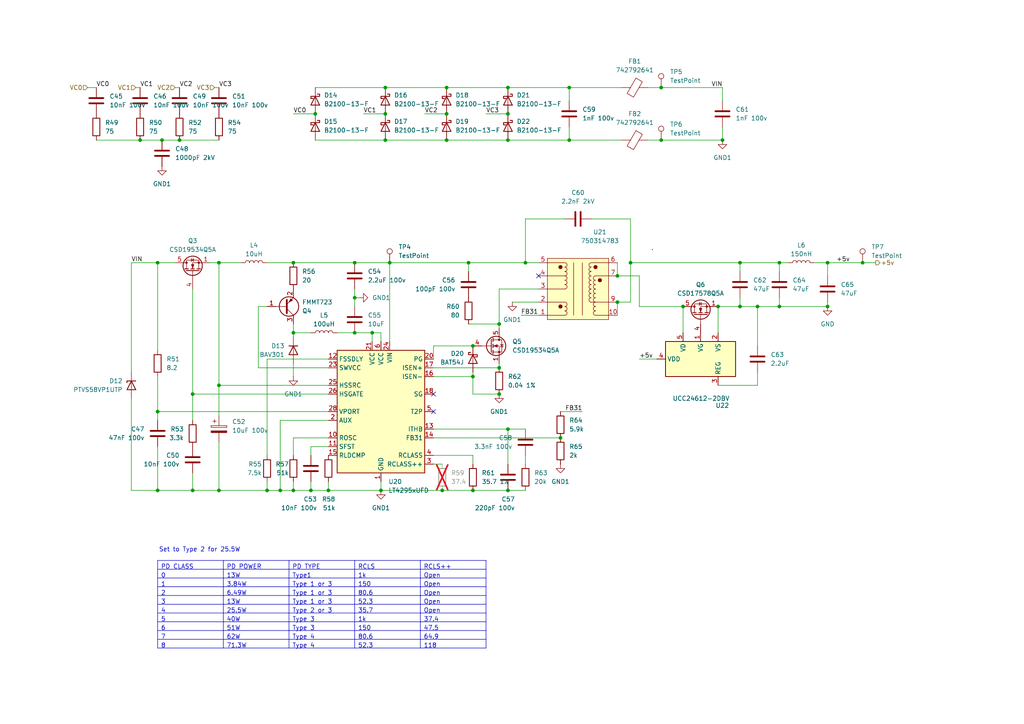
<source format=kicad_sch>
(kicad_sch (version 20250114) (generator "eeschema") (generator_version "9.0")
  (paper "A4")
  (lib_symbols
    (symbol "Connector:TestPoint" (pin_numbers (hide yes)) (pin_names (offset 0.762) (hide yes))
      (property "Reference" "TP" (at 0 6.858 0))
      (property "Value" "TestPoint" (at 0 5.08 0))
      (symbol "TestPoint_1_1"
        (pin passive line (at 0 0 90) (length 2.54) (name "1") (number "1"))
      )
    )
    (symbol "Device:C" (pin_numbers (hide yes)) (pin_names (offset 0.254))
      (property "Reference" "C" (at 0.635 2.54 0))
      (property "Value" "C" (at 0.635 -2.54 0))
      (symbol "C_1_1"
        (pin passive line (at 0 3.81 270) (length 2.794) (name "~") (number "1"))
        (pin passive line (at 0 -3.81 90) (length 2.794) (name "~") (number "2"))
      )
    )
    (symbol "Device:C_Polarized" (pin_numbers (hide yes)) (pin_names (offset 0.254))
      (property "Reference" "C" (at 0.635 2.54 0))
      (property "Value" "C_Polarized" (at 0.635 -2.54 0))
      (symbol "C_Polarized_1_1"
        (pin passive line (at 0 3.81 270) (length 2.794) (name "~") (number "1"))
        (pin passive line (at 0 -3.81 90) (length 2.794) (name "~") (number "2"))
      )
    )
    (symbol "Device:FerriteBead" (pin_numbers (hide yes)) (pin_names (offset 0))
      (property "Reference" "FB" (at -3.81 0.635 90))
      (property "Value" "FerriteBead" (at 3.81 0 90))
      (symbol "FerriteBead_1_1"
        (pin passive line (at 0 3.81 270) (length 2.54) (name "~") (number "1"))
        (pin passive line (at 0 -3.81 90) (length 2.54) (name "~") (number "2"))
      )
    )
    (symbol "Device:L" (pin_numbers (hide yes)) (pin_names (offset 1.016) (hide yes))
      (property "Reference" "L" (at -1.27 0 90))
      (property "Value" "L" (at 1.905 0 90))
      (symbol "L_1_1"
        (pin passive line (at 0 3.81 270) (length 1.27) (name "1") (number "1"))
        (pin passive line (at 0 -3.81 90) (length 1.27) (name "2") (number "2"))
      )
    )
    (symbol "Device:R" (pin_numbers (hide yes)) (pin_names (offset 0))
      (property "Reference" "R" (at 2.032 0 90))
      (property "Value" "R" (at 0 0 90))
      (symbol "R_1_1"
        (pin passive line (at 0 3.81 270) (length 1.27) (name "~") (number "1"))
        (pin passive line (at 0 -3.81 90) (length 1.27) (name "~") (number "2"))
      )
    )
    (symbol "Diode:B220" (pin_numbers (hide yes)) (pin_names (offset 1.016) (hide yes))
      (property "Reference" "D" (at 0 2.54 0))
      (property "Value" "B220" (at 0 -2.54 0))
      (symbol "B220_1_1"
        (pin passive line (at -3.81 0 0) (length 2.54) (name "K") (number "1"))
        (pin passive line (at 3.81 0 180) (length 2.54) (name "A") (number "2"))
      )
    )
    (symbol "Diode:BAT54J" (pin_numbers (hide yes)) (pin_names (offset 1.016) (hide yes))
      (property "Reference" "D" (at 0 2.54 0))
      (property "Value" "BAT54J" (at 0 -2.54 0))
      (symbol "BAT54J_1_1"
        (pin passive line (at -3.81 0 0) (length 2.54) (name "K") (number "1"))
        (pin passive line (at 3.81 0 180) (length 2.54) (name "A") (number "2"))
      )
    )
    (symbol "Diode:BAV301" (pin_numbers (hide yes)) (pin_names (hide yes))
      (property "Reference" "D" (at 0 2.54 0))
      (property "Value" "BAV301" (at 0 -2.54 0))
      (symbol "BAV301_1_1"
        (pin passive line (at -3.81 0 0) (length 2.54) (name "K") (number "1"))
        (pin passive line (at 3.81 0 180) (length 2.54) (name "A") (number "2"))
      )
    )
    (symbol "Diode:PTVS5V0Z1USK" (pin_numbers (hide yes)) (pin_names (hide yes))
      (property "Reference" "D" (at 0 2.54 0))
      (property "Value" "PTVS5V0Z1USK" (at 0 -2.54 0))
      (symbol "PTVS5V0Z1USK_1_1"
        (pin passive line (at -3.81 0 0) (length 2.54) (name "K") (number "1"))
        (pin passive line (at 3.81 0 180) (length 2.54) (name "A") (number "2"))
      )
    )
    (symbol "ROUTER-PI:wurth_750314783"
      (property "Reference" "U" (at 0 0 0))
      (property "Value" "750314783" (at 0 0 0))
      (symbol "wurth_750314783_1_1"
        (pin input line (at -11.43 7.62 0) (length 2.54) (name "") (number "5"))
        (pin input line (at -11.43 3.81 0) (length 2.54) (name "") (number "4"))
        (pin input line (at -11.43 0 0) (length 2.54) (name "") (number "3"))
        (pin output line (at -11.43 -3.81 0) (length 2.54) (name "") (number "2"))
        (pin output line (at -11.43 -7.62 0) (length 2.54) (name "") (number "1"))
        (pin output line (at 11.43 7.62 180) (length 2.54) (name "") (number "6"))
        (pin output line (at 11.43 3.81 180) (length 2.54) (name "") (number "7"))
        (pin no_connect line (at 11.43 0 180) (length 2.54) (hide yes) (name "") (number "8"))
        (pin output line (at 11.43 -3.81 180) (length 2.54) (name "") (number "9"))
        (pin output line (at 11.43 -7.62 180) (length 2.54) (name "") (number "10"))
      )
    )
    (symbol "Regulator_Controller:LT4295xUFD"
      (property "Reference" "U" (at -12.7 19.05 0))
      (property "Value" "LT4295xUFD" (at 3.81 19.05 0))
      (symbol "LT4295xUFD_1_1"
        (pin input line (at -15.24 15.24 0) (length 2.54) (name "FSSDLY") (number "12"))
        (pin output line (at -15.24 12.7 0) (length 2.54) (name "SWVCC") (number "23"))
        (pin input line (at -15.24 7.62 0) (length 2.54) (name "HSSRC") (number "25"))
        (pin output line (at -15.24 5.08 0) (length 2.54) (name "HSGATE") (number "26"))
        (pin input line (at -15.24 0 0) (length 2.54) (name "VPORT") (number "28"))
        (pin input line (at -15.24 -2.54 0) (length 2.54) (name "AUX") (number "2"))
        (pin passive line (at -15.24 -7.62 0) (length 2.54) (name "ROSC") (number "10"))
        (pin passive line (at -15.24 -10.16 0) (length 2.54) (name "SFST") (number "11"))
        (pin passive line (at -15.24 -12.7 0) (length 2.54) (name "RLDCMP") (number "15"))
        (pin no_connect line (at -12.7 -15.24 0) (length 2.54) (hide yes) (name "DNC") (number "22"))
        (pin no_connect line (at -12.7 -17.78 0) (length 2.54) (hide yes) (name "NC") (number "27"))
        (pin power_in line (at -2.54 20.32 270) (length 2.54) (name "VCC") (number "21"))
        (pin power_in line (at 0 20.32 270) (length 2.54) (name "VCC") (number "6"))
        (pin passive line (at 0 20.32 270) (length 2.54) (hide yes) (name "VCC") (number "7"))
        (pin passive line (at 0 20.32 270) (length 2.54) (hide yes) (name "VCC") (number "8"))
        (pin passive line (at 0 20.32 270) (length 2.54) (hide yes) (name "VCC") (number "9"))
        (pin power_in line (at 0 -20.32 90) (length 2.54) (name "GND") (number "1"))
        (pin passive line (at 0 -20.32 90) (length 2.54) (hide yes) (name "GND") (number "19"))
        (pin passive line (at 0 -20.32 90) (length 2.54) (hide yes) (name "GND") (number "29"))
        (pin power_in line (at 2.54 20.32 270) (length 2.54) (name "VIN") (number "24"))
        (pin output line (at 15.24 15.24 180) (length 2.54) (name "PG") (number "20"))
        (pin passive line (at 15.24 12.7 180) (length 2.54) (name "ISEN+") (number "17"))
        (pin passive line (at 15.24 10.16 180) (length 2.54) (name "ISEN-") (number "16"))
        (pin output line (at 15.24 5.08 180) (length 2.54) (name "SG") (number "18"))
        (pin open_collector line (at 15.24 0 180) (length 2.54) (name "T2P") (number "5"))
        (pin input line (at 15.24 -5.08 180) (length 2.54) (name "ITHB") (number "13"))
        (pin passive line (at 15.24 -7.62 180) (length 2.54) (name "FB31") (number "14"))
        (pin passive line (at 15.24 -12.7 180) (length 2.54) (name "RCLASS") (number "4"))
        (pin passive line (at 15.24 -15.24 180) (length 2.54) (name "RCLASS++") (number "3"))
      )
    )
    (symbol "Regulator_Controller:UCC24612-2DBV"
      (property "Reference" "U" (at -5.08 11.43 0))
      (property "Value" "UCC24612-2DBV" (at 1.27 11.43 0))
      (symbol "UCC24612-2DBV_1_1"
        (pin passive line (at -7.62 -5.08 0) (length 2.54) (name "REG") (number "3"))
        (pin power_in line (at 0 12.7 270) (length 2.54) (name "VDD") (number "4"))
        (pin input line (at 7.62 5.08 180) (length 2.54) (name "VD") (number "5"))
        (pin output line (at 7.62 0 180) (length 2.54) (name "VG") (number "1"))
        (pin input line (at 7.62 -5.08 180) (length 2.54) (name "VS") (number "2"))
      )
    )
    (symbol "Transistor_BJT:MMBTA92" (pin_names (offset 0) (hide yes))
      (property "Reference" "Q" (at 5.08 1.905 0))
      (property "Value" "MMBTA92" (at 5.08 0 0))
      (symbol "MMBTA92_1_1"
        (pin input line (at -5.08 0 0) (length 2.54) (name "B") (number "1"))
        (pin passive line (at 2.54 5.08 270) (length 2.54) (name "C") (number "3"))
        (pin passive line (at 2.54 -5.08 90) (length 2.54) (name "E") (number "2"))
      )
    )
    (symbol "Transistor_FET:CSD17578Q5A" (pin_names (hide yes))
      (property "Reference" "Q" (at 5.08 1.905 0))
      (property "Value" "CSD17578Q5A" (at 5.08 0 0))
      (symbol "CSD17578Q5A_1_1"
        (pin passive line (at -5.08 0 0) (length 2.54) (name "G") (number "4"))
        (pin passive line (at 2.54 5.08 270) (length 2.54) (name "D") (number "5"))
        (pin passive line (at 2.54 -5.08 90) (length 2.54) (name "S") (number "1"))
        (pin passive line (at 2.54 -5.08 90) (length 2.54) (hide yes) (name "S") (number "2"))
        (pin passive line (at 2.54 -5.08 90) (length 2.54) (hide yes) (name "S") (number "3"))
      )
    )
    (symbol "Transistor_FET:CSD19534Q5A" (pin_names (hide yes))
      (property "Reference" "Q" (at 5.08 1.905 0))
      (property "Value" "CSD19534Q5A" (at 5.08 0 0))
      (symbol "CSD19534Q5A_1_1"
        (pin passive line (at -5.08 0 0) (length 2.54) (name "G") (number "4"))
        (pin passive line (at 2.54 5.08 270) (length 2.54) (name "D") (number "5"))
        (pin passive line (at 2.54 -5.08 90) (length 2.54) (name "S") (number "1"))
        (pin passive line (at 2.54 -5.08 90) (length 2.54) (hide yes) (name "S") (number "2"))
        (pin passive line (at 2.54 -5.08 90) (length 2.54) (hide yes) (name "S") (number "3"))
      )
    )
    (symbol "power:GND" (power) (pin_numbers (hide yes)) (pin_names (offset 0) (hide yes))
      (property "Value" "GND" (at 0 -3.81 0))
      (symbol "GND_1_1"
        (pin power_in line (at 0 0 270) (length 0) (name "~") (number "1"))
      )
    )
    (symbol "power:GND1" (power) (pin_numbers (hide yes)) (pin_names (offset 0) (hide yes))
      (property "Value" "GND1" (at 0 -3.81 0))
      (symbol "GND1_1_1"
        (pin power_in line (at 0 0 270) (length 0) (name "~") (number "1"))
      )
    )
  )
  (text "Set to Type 2 for 25.5W" (at 57.912 159.512 0) (effects (font (size 1.27 1.27))))
  (junction (at 144.78 106.68))
  (junction (at 208.28 88.9))
  (junction (at 209.55 40.64))
  (junction (at 147.32 142.24))
  (junction (at 55.88 114.3))
  (junction (at 144.78 114.3))
  (junction (at 102.87 96.52))
  (junction (at 95.25 142.24))
  (junction (at 137.16 109.22))
  (junction (at 45.72 119.38))
  (junction (at 129.54 33.02))
  (junction (at 107.95 96.52))
  (junction (at 240.03 88.9))
  (junction (at 102.87 86.36))
  (junction (at 198.12 88.9))
  (junction (at 85.09 76.2))
  (junction (at 55.88 142.24))
  (junction (at 90.17 142.24))
  (junction (at 113.03 76.2))
  (junction (at 144.78 93.98))
  (junction (at 129.54 25.4))
  (junction (at 111.76 25.4))
  (junction (at 152.4 76.2))
  (junction (at 214.63 76.2))
  (junction (at 191.77 40.64))
  (junction (at 191.77 25.4))
  (junction (at 102.87 76.2))
  (junction (at 240.03 76.2))
  (junction (at 91.44 33.02))
  (junction (at 226.06 88.9))
  (junction (at 162.56 127))
  (junction (at 52.07 40.64))
  (junction (at 77.47 142.24))
  (junction (at 147.32 124.46))
  (junction (at 81.28 142.24))
  (junction (at 219.71 88.9))
  (junction (at 182.88 76.2))
  (junction (at 111.76 40.64))
  (junction (at 45.72 142.24))
  (junction (at 63.5 111.76))
  (junction (at 137.16 142.24))
  (junction (at 45.72 76.2))
  (junction (at 147.32 25.4))
  (junction (at 128.27 142.24))
  (junction (at 85.09 96.52))
  (junction (at 147.32 40.64))
  (junction (at 147.32 33.02))
  (junction (at 179.07 87.63))
  (junction (at 85.09 142.24))
  (junction (at 63.5 142.24))
  (junction (at 137.16 100.33))
  (junction (at 63.5 76.2))
  (junction (at 135.89 76.2))
  (junction (at 165.1 40.64))
  (junction (at 110.49 142.24))
  (junction (at 214.63 88.9))
  (junction (at 179.07 80.01))
  (junction (at 226.06 76.2))
  (junction (at 129.54 40.64))
  (junction (at 46.99 40.64))
  (junction (at 111.76 33.02))
  (junction (at 40.64 40.64))
  (junction (at 165.1 25.4))
  (junction (at 250.19 76.2))
  (no_connect (at 125.73 119.38))
  (no_connect (at 156.21 80.01))
  (no_connect (at 125.73 114.3))
  (wire (pts (xy 129.54 40.64) (xy 147.32 40.64)))
  (wire (pts (xy 125.73 106.68) (xy 144.78 106.68)))
  (wire (pts (xy 135.89 76.2) (xy 135.89 78.74)))
  (wire (pts (xy 85.09 139.7) (xy 85.09 142.24)))
  (wire (pts (xy 110.49 96.52) (xy 107.95 96.52)))
  (wire (pts (xy 156.21 83.82) (xy 144.78 83.82)))
  (wire (pts (xy 152.4 63.5) (xy 152.4 76.2)))
  (wire (pts (xy 219.71 111.76) (xy 208.28 111.76)))
  (wire (pts (xy 38.1 115.57) (xy 38.1 142.24)))
  (wire (pts (xy 85.09 96.52) (xy 90.17 96.52)))
  (wire (pts (xy 74.93 88.9) (xy 77.47 88.9)))
  (wire (pts (xy 110.49 99.06) (xy 110.49 96.52)))
  (wire (pts (xy 95.25 127) (xy 85.09 127)))
  (wire (pts (xy 240.03 76.2) (xy 240.03 80.01)))
  (wire (pts (xy 102.87 76.2) (xy 113.03 76.2)))
  (wire (pts (xy 182.88 87.63) (xy 182.88 76.2)))
  (wire (pts (xy 191.77 40.64) (xy 209.55 40.64)))
  (wire (pts (xy 123.19 33.02) (xy 129.54 33.02)))
  (wire (pts (xy 55.88 137.16) (xy 55.88 142.24)))
  (wire (pts (xy 219.71 88.9) (xy 226.06 88.9)))
  (wire (pts (xy 180.34 40.64) (xy 165.1 40.64)))
  (wire (pts (xy 90.17 132.08) (xy 90.17 129.54)))
  (wire (pts (xy 125.73 109.22) (xy 137.16 109.22)))
  (wire (pts (xy 191.77 25.4) (xy 209.55 25.4)))
  (wire (pts (xy 77.47 139.7) (xy 77.47 142.24)))
  (wire (pts (xy 165.1 25.4) (xy 147.32 25.4)))
  (wire (pts (xy 77.47 104.14) (xy 77.47 132.08)))
  (wire (pts (xy 209.55 36.83) (xy 209.55 40.64)))
  (wire (pts (xy 40.64 40.64) (xy 46.99 40.64)))
  (wire (pts (xy 144.78 105.41) (xy 144.78 106.68)))
  (wire (pts (xy 147.32 134.62) (xy 147.32 124.46)))
  (wire (pts (xy 152.4 76.2) (xy 156.21 76.2)))
  (wire (pts (xy 137.16 109.22) (xy 137.16 114.3)))
  (wire (pts (xy 226.06 76.2) (xy 226.06 78.74)))
  (wire (pts (xy 107.95 96.52) (xy 102.87 96.52)))
  (wire (pts (xy 25.4 25.4) (xy 27.94 25.4)))
  (wire (pts (xy 135.89 76.2) (xy 152.4 76.2)))
  (wire (pts (xy 179.07 76.2) (xy 179.07 80.01)))
  (wire (pts (xy 85.09 142.24) (xy 90.17 142.24)))
  (wire (pts (xy 38.1 76.2) (xy 45.72 76.2)))
  (wire (pts (xy 179.07 87.63) (xy 179.07 91.44)))
  (wire (pts (xy 81.28 121.92) (xy 81.28 142.24)))
  (wire (pts (xy 55.88 83.82) (xy 55.88 114.3)))
  (wire (pts (xy 95.25 142.24) (xy 110.49 142.24)))
  (wire (pts (xy 113.03 99.06) (xy 113.03 76.2)))
  (wire (pts (xy 110.49 142.24) (xy 110.49 139.7)))
  (wire (pts (xy 95.25 106.68) (xy 74.93 106.68)))
  (wire (pts (xy 147.32 124.46) (xy 152.4 124.46)))
  (wire (pts (xy 187.96 40.64) (xy 191.77 40.64)))
  (wire (pts (xy 208.28 88.9) (xy 208.28 96.52)))
  (wire (pts (xy 55.88 121.92) (xy 55.88 114.3)))
  (wire (pts (xy 198.12 88.9) (xy 198.12 96.52)))
  (wire (pts (xy 137.16 107.95) (xy 137.16 109.22)))
  (wire (pts (xy 152.4 132.08) (xy 152.4 134.62)))
  (wire (pts (xy 38.1 142.24) (xy 45.72 142.24)))
  (wire (pts (xy 95.25 104.14) (xy 77.47 104.14)))
  (wire (pts (xy 50.8 25.4) (xy 52.07 25.4)))
  (wire (pts (xy 110.49 142.24) (xy 128.27 142.24)))
  (wire (pts (xy 52.07 40.64) (xy 63.5 40.64)))
  (wire (pts (xy 140.97 33.02) (xy 147.32 33.02)))
  (wire (pts (xy 111.76 40.64) (xy 129.54 40.64)))
  (wire (pts (xy 219.71 88.9) (xy 219.71 100.33)))
  (wire (pts (xy 240.03 87.63) (xy 240.03 88.9)))
  (wire (pts (xy 250.19 76.2) (xy 254 76.2)))
  (wire (pts (xy 214.63 88.9) (xy 214.63 86.36)))
  (wire (pts (xy 214.63 76.2) (xy 226.06 76.2)))
  (wire (pts (xy 40.64 40.64) (xy 27.94 40.64)))
  (wire (pts (xy 168.91 119.38) (xy 162.56 119.38)))
  (wire (pts (xy 111.76 25.4) (xy 129.54 25.4)))
  (wire (pts (xy 85.09 76.2) (xy 77.47 76.2)))
  (wire (pts (xy 208.28 88.9) (xy 214.63 88.9)))
  (wire (pts (xy 198.12 88.9) (xy 185.42 88.9)))
  (wire (pts (xy 90.17 129.54) (xy 95.25 129.54)))
  (wire (pts (xy 182.88 63.5) (xy 182.88 76.2)))
  (wire (pts (xy 165.1 25.4) (xy 180.34 25.4)))
  (wire (pts (xy 102.87 86.36) (xy 102.87 83.82)))
  (wire (pts (xy 91.44 25.4) (xy 111.76 25.4)))
  (wire (pts (xy 81.28 142.24) (xy 85.09 142.24)))
  (wire (pts (xy 85.09 93.98) (xy 85.09 96.52)))
  (wire (pts (xy 107.95 96.52) (xy 107.95 99.06)))
  (wire (pts (xy 165.1 40.64) (xy 147.32 40.64)))
  (wire (pts (xy 45.72 76.2) (xy 50.8 76.2)))
  (wire (pts (xy 45.72 109.22) (xy 45.72 119.38)))
  (wire (pts (xy 240.03 76.2) (xy 250.19 76.2)))
  (wire (pts (xy 147.32 142.24) (xy 152.4 142.24)))
  (wire (pts (xy 45.72 129.54) (xy 45.72 142.24)))
  (wire (pts (xy 85.09 127) (xy 85.09 132.08)))
  (wire (pts (xy 85.09 76.2) (xy 102.87 76.2)))
  (wire (pts (xy 226.06 88.9) (xy 240.03 88.9)))
  (wire (pts (xy 144.78 93.98) (xy 144.78 95.25)))
  (wire (pts (xy 102.87 96.52) (xy 97.79 96.52)))
  (wire (pts (xy 45.72 142.24) (xy 55.88 142.24)))
  (wire (pts (xy 125.73 127) (xy 162.56 127)))
  (wire (pts (xy 135.89 93.98) (xy 144.78 93.98)))
  (wire (pts (xy 105.41 33.02) (xy 111.76 33.02)))
  (wire (pts (xy 113.03 76.2) (xy 135.89 76.2)))
  (wire (pts (xy 144.78 83.82) (xy 144.78 93.98)))
  (wire (pts (xy 39.37 25.4) (xy 40.64 25.4)))
  (wire (pts (xy 226.06 76.2) (xy 228.6 76.2)))
  (wire (pts (xy 85.09 96.52) (xy 85.09 97.79)))
  (wire (pts (xy 191.77 25.4) (xy 187.96 25.4)))
  (wire (pts (xy 38.1 76.2) (xy 38.1 107.95)))
  (wire (pts (xy 63.5 142.24) (xy 77.47 142.24)))
  (wire (pts (xy 63.5 128.27) (xy 63.5 142.24)))
  (wire (pts (xy 102.87 86.36) (xy 102.87 88.9)))
  (wire (pts (xy 45.72 119.38) (xy 45.72 121.92)))
  (wire (pts (xy 185.42 88.9) (xy 185.42 80.01)))
  (wire (pts (xy 63.5 111.76) (xy 63.5 76.2)))
  (wire (pts (xy 104.14 86.36) (xy 102.87 86.36)))
  (wire (pts (xy 214.63 88.9) (xy 219.71 88.9)))
  (wire (pts (xy 85.09 33.02) (xy 91.44 33.02)))
  (wire (pts (xy 165.1 29.21) (xy 165.1 25.4)))
  (wire (pts (xy 209.55 29.21) (xy 209.55 25.4)))
  (wire (pts (xy 55.88 114.3) (xy 95.25 114.3)))
  (wire (pts (xy 77.47 142.24) (xy 81.28 142.24)))
  (wire (pts (xy 95.25 142.24) (xy 95.25 139.7)))
  (wire (pts (xy 125.73 100.33) (xy 137.16 100.33)))
  (wire (pts (xy 62.23 25.4) (xy 63.5 25.4)))
  (wire (pts (xy 240.03 76.2) (xy 236.22 76.2)))
  (wire (pts (xy 179.07 87.63) (xy 182.88 87.63)))
  (wire (pts (xy 90.17 139.7) (xy 90.17 142.24)))
  (wire (pts (xy 226.06 86.36) (xy 226.06 88.9)))
  (wire (pts (xy 128.27 134.62) (xy 125.73 134.62)))
  (wire (pts (xy 91.44 40.64) (xy 111.76 40.64)))
  (wire (pts (xy 185.42 80.01) (xy 179.07 80.01)))
  (wire (pts (xy 63.5 111.76) (xy 63.5 120.65)))
  (wire (pts (xy 128.27 142.24) (xy 137.16 142.24)))
  (wire (pts (xy 129.54 25.4) (xy 147.32 25.4)))
  (wire (pts (xy 85.09 109.22) (xy 85.09 105.41)))
  (wire (pts (xy 95.25 121.92) (xy 81.28 121.92)))
  (wire (pts (xy 171.45 63.5) (xy 182.88 63.5)))
  (wire (pts (xy 137.16 134.62) (xy 137.16 132.08)))
  (wire (pts (xy 90.17 142.24) (xy 95.25 142.24)))
  (wire (pts (xy 214.63 76.2) (xy 214.63 78.74)))
  (wire (pts (xy 148.59 87.63) (xy 156.21 87.63)))
  (wire (pts (xy 60.96 76.2) (xy 63.5 76.2)))
  (wire (pts (xy 137.16 132.08) (xy 125.73 132.08)))
  (wire (pts (xy 74.93 106.68) (xy 74.93 88.9)))
  (wire (pts (xy 46.99 40.64) (xy 52.07 40.64)))
  (wire (pts (xy 185.42 104.14) (xy 190.5 104.14)))
  (wire (pts (xy 147.32 124.46) (xy 125.73 124.46)))
  (wire (pts (xy 137.16 142.24) (xy 147.32 142.24)))
  (wire (pts (xy 55.88 142.24) (xy 63.5 142.24)))
  (wire (pts (xy 137.16 114.3) (xy 144.78 114.3)))
  (wire (pts (xy 163.83 63.5) (xy 152.4 63.5)))
  (wire (pts (xy 219.71 107.95) (xy 219.71 111.76)))
  (wire (pts (xy 125.73 100.33) (xy 125.73 104.14)))
  (wire (pts (xy 63.5 76.2) (xy 69.85 76.2)))
  (wire (pts (xy 45.72 119.38) (xy 95.25 119.38)))
  (wire (pts (xy 63.5 111.76) (xy 95.25 111.76)))
  (wire (pts (xy 45.72 101.6) (xy 45.72 76.2)))
  (wire (pts (xy 151.13 91.44) (xy 156.21 91.44)))
  (wire (pts (xy 182.88 76.2) (xy 214.63 76.2)))
  (wire (pts (xy 165.1 36.83) (xy 165.1 40.64)))
  (table (column_count 5) (border (external yes) (header yes)) (separators (rows yes) (cols yes)) (column_widths 19.05 19.05 19.05 19.05 19.05) (row_heights 2.54 2.54 2.54 2.54 2.54 2.54 2.54 2.54 2.54 2.54) (cells (table_cell "PD CLASS" (at 45.72 162.56 0) (size 19.05 2.54) (margins 0.9525 0.9525 0.9525 0.9525) (span 1 1)) (table_cell "PD POWER" (at 64.77 162.56 0) (size 19.05 2.54) (margins 0.9525 0.9525 0.9525 0.9525) (span 1 1)) (table_cell "PD TYPE" (at 83.82 162.56 0) (size 19.05 2.54) (margins 0.9525 0.9525 0.9525 0.9525) (span 1 1)) (table_cell "RCLS" (at 102.87 162.56 0) (size 19.05 2.54) (margins 0.9525 0.9525 0.9525 0.9525) (span 1 1)) (table_cell "RCLS++" (at 121.92 162.56 0) (size 19.05 2.54) (margins 0.9525 0.9525 0.9525 0.9525) (span 1 1)) (table_cell "0" (at 45.72 165.1 0) (size 19.05 2.54) (margins 0.9525 0.9525 0.9525 0.9525) (span 1 1)) (table_cell "13W" (at 64.77 165.1 0) (size 19.05 2.54) (margins 0.9525 0.9525 0.9525 0.9525) (span 1 1)) (table_cell "Type1" (at 83.82 165.1 0) (size 19.05 2.54) (margins 0.9525 0.9525 0.9525 0.9525) (span 1 1)) (table_cell "1k" (at 102.87 165.1 0) (size 19.05 2.54) (margins 0.9525 0.9525 0.9525 0.9525) (span 1 1)) (table_cell "Open" (at 121.92 165.1 0) (size 19.05 2.54) (margins 0.9525 0.9525 0.9525 0.9525) (span 1 1)) (table_cell "1" (at 45.72 167.64 0) (size 19.05 2.54) (margins 0.9525 0.9525 0.9525 0.9525) (span 1 1)) (table_cell "3.84W" (at 64.77 167.64 0) (size 19.05 2.54) (margins 0.9525 0.9525 0.9525 0.9525) (span 1 1)) (table_cell "Type 1 or 3" (at 83.82 167.64 0) (size 19.05 2.54) (margins 0.9525 0.9525 0.9525 0.9525) (span 1 1)) (table_cell "150" (at 102.87 167.64 0) (size 19.05 2.54) (margins 0.9525 0.9525 0.9525 0.9525) (span 1 1)) (table_cell "Open" (at 121.92 167.64 0) (size 19.05 2.54) (margins 0.9525 0.9525 0.9525 0.9525) (span 1 1)) (table_cell "2" (at 45.72 170.18 0) (size 19.05 2.54) (margins 0.9525 0.9525 0.9525 0.9525) (span 1 1)) (table_cell "6.49W" (at 64.77 170.18 0) (size 19.05 2.54) (margins 0.9525 0.9525 0.9525 0.9525) (span 1 1)) (table_cell "Type 1 or 3" (at 83.82 170.18 0) (size 19.05 2.54) (margins 0.9525 0.9525 0.9525 0.9525) (span 1 1)) (table_cell "80.6" (at 102.87 170.18 0) (size 19.05 2.54) (margins 0.9525 0.9525 0.9525 0.9525) (span 1 1)) (table_cell "Open" (at 121.92 170.18 0) (size 19.05 2.54) (margins 0.9525 0.9525 0.9525 0.9525) (span 1 1)) (table_cell "3" (at 45.72 172.72 0) (size 19.05 2.54) (margins 0.9525 0.9525 0.9525 0.9525) (span 1 1)) (table_cell "13W" (at 64.77 172.72 0) (size 19.05 2.54) (margins 0.9525 0.9525 0.9525 0.9525) (span 1 1)) (table_cell "Type 1 or 3" (at 83.82 172.72 0) (size 19.05 2.54) (margins 0.9525 0.9525 0.9525 0.9525) (span 1 1)) (table_cell "52.3" (at 102.87 172.72 0) (size 19.05 2.54) (margins 0.9525 0.9525 0.9525 0.9525) (span 1 1)) (table_cell "Open" (at 121.92 172.72 0) (size 19.05 2.54) (margins 0.9525 0.9525 0.9525 0.9525) (span 1 1)) (table_cell "4" (at 45.72 175.26 0) (size 19.05 2.54) (margins 0.9525 0.9525 0.9525 0.9525) (span 1 1)) (table_cell "25.5W" (at 64.77 175.26 0) (size 19.05 2.54) (margins 0.9525 0.9525 0.9525 0.9525) (span 1 1)) (table_cell "Type 2 or 3" (at 83.82 175.26 0) (size 19.05 2.54) (margins 0.9525 0.9525 0.9525 0.9525) (span 1 1)) (table_cell "35.7" (at 102.87 175.26 0) (size 19.05 2.54) (margins 0.9525 0.9525 0.9525 0.9525) (span 1 1)) (table_cell "Open" (at 121.92 175.26 0) (size 19.05 2.54) (margins 0.9525 0.9525 0.9525 0.9525) (span 1 1)) (table_cell "5" (at 45.72 177.8 0) (size 19.05 2.54) (margins 0.9525 0.9525 0.9525 0.9525) (span 1 1)) (table_cell "40W" (at 64.77 177.8 0) (size 19.05 2.54) (margins 0.9525 0.9525 0.9525 0.9525) (span 1 1)) (table_cell "Type 3" (at 83.82 177.8 0) (size 19.05 2.54) (margins 0.9525 0.9525 0.9525 0.9525) (span 1 1)) (table_cell "1k" (at 102.87 177.8 0) (size 19.05 2.54) (margins 0.9525 0.9525 0.9525 0.9525) (span 1 1)) (table_cell "37.4" (at 121.92 177.8 0) (size 19.05 2.54) (margins 0.9525 0.9525 0.9525 0.9525) (span 1 1)) (table_cell "6" (at 45.72 180.34 0) (size 19.05 2.54) (margins 0.9525 0.9525 0.9525 0.9525) (span 1 1)) (table_cell "51W" (at 64.77 180.34 0) (size 19.05 2.54) (margins 0.9525 0.9525 0.9525 0.9525) (span 1 1)) (table_cell "Type 3" (at 83.82 180.34 0) (size 19.05 2.54) (margins 0.9525 0.9525 0.9525 0.9525) (span 1 1)) (table_cell "150" (at 102.87 180.34 0) (size 19.05 2.54) (margins 0.9525 0.9525 0.9525 0.9525) (span 1 1)) (table_cell "47.5" (at 121.92 180.34 0) (size 19.05 2.54) (margins 0.9525 0.9525 0.9525 0.9525) (span 1 1)) (table_cell "7" (at 45.72 182.88 0) (size 19.05 2.54) (margins 0.9525 0.9525 0.9525 0.9525) (span 1 1)) (table_cell "62W" (at 64.77 182.88 0) (size 19.05 2.54) (margins 0.9525 0.9525 0.9525 0.9525) (span 1 1)) (table_cell "Type 4" (at 83.82 182.88 0) (size 19.05 2.54) (margins 0.9525 0.9525 0.9525 0.9525) (span 1 1)) (table_cell "80.6" (at 102.87 182.88 0) (size 19.05 2.54) (margins 0.9525 0.9525 0.9525 0.9525) (span 1 1)) (table_cell "64.9" (at 121.92 182.88 0) (size 19.05 2.54) (margins 0.9525 0.9525 0.9525 0.9525) (span 1 1)) (table_cell "8" (at 45.72 185.42 0) (size 19.05 2.54) (margins 0.9525 0.9525 0.9525 0.9525) (span 1 1)) (table_cell "71.3W" (at 64.77 185.42 0) (size 19.05 2.54) (margins 0.9525 0.9525 0.9525 0.9525) (span 1 1)) (table_cell "Type 4" (at 83.82 185.42 0) (size 19.05 2.54) (margins 0.9525 0.9525 0.9525 0.9525) (span 1 1)) (table_cell "52.3" (at 102.87 185.42 0) (size 19.05 2.54) (margins 0.9525 0.9525 0.9525 0.9525) (span 1 1)) (table_cell "118" (at 121.92 185.42 0) (size 19.05 2.54) (margins 0.9525 0.9525 0.9525 0.9525) (span 1 1))))
  (label "VIN" (at 38.1 76.2 0))
  (label "VC0" (at 85.09 33.02 0))
  (label "VC2" (at 52.07 25.4 0))
  (label "FB31" (at 151.13 91.44 0))
  (label "VC3" (at 140.97 33.02 0))
  (label "VC3" (at 63.5 25.4 0))
  (label "FB31" (at 168.91 119.38 180))
  (label "+5v" (at 242.57 76.2 0))
  (label "VC1" (at 40.64 25.4 0))
  (label "VC2" (at 123.19 33.02 0))
  (label "VC0" (at 27.94 25.4 0))
  (label "+5v" (at 185.42 104.14 0))
  (label "VC1" (at 105.41 33.02 0))
  (label "VIN" (at 209.55 25.4 180))
  (hierarchical_label "VC1" (shape input) (at 39.37 25.4 180))
  (hierarchical_label "VC0" (shape input) (at 25.4 25.4 180))
  (hierarchical_label "VC3" (shape input) (at 62.23 25.4 180))
  (hierarchical_label "VC2" (shape input) (at 50.8 25.4 180))
  (hierarchical_label "+5v" (shape output) (at 254 76.2 0))
  (symbol (lib_id "Device:C") (at 27.94 29.21 0) (unit 1)
    (property "Reference" "C45" (at 31.75 27.9399 0) (effects (justify left)))
    (property "Value" "10nF 100v" (at 31.75 30.4799 0) (effects (justify left)))
    (property "Footprint" "Capacitor_SMD:C_0603_1608Metric_Pad1.08x0.95mm_HandSolder" (effects (hide yes)))
    (property "Description" "Unpolarized capacitor" (effects (hide yes)))
  )
  (symbol (lib_id "Diode:B220") (at 129.54 29.21 270) (unit 1)
    (property "Reference" "D18" (at 132.08 27.6224 90) (effects (justify left)))
    (property "Value" "B2100-13-F" (at 132.08 30.1624 90) (effects (justify left)))
    (property "Footprint" "Diode_SMD:D_SMB" (effects (hide yes)))
    (property "Datasheet" "http://www.jameco.com/Jameco/Products/ProdDS/1538777.pdf" (effects (hide yes)))
    (property "Description" "20V 2A Schottky Barrier Rectifier Diode, SMB" (effects (hide yes)))
  )
  (symbol (lib_id "Device:FerriteBead") (at 184.15 40.64 90) (unit 1)
    (property "Reference" "FB2" (at 184.0992 33.02 90))
    (property "Value" "742792641" (at 184.0992 35.56 90))
    (property "Footprint" "Resistor_SMD:R_0603_1608Metric_Pad0.98x0.95mm_HandSolder" (effects (hide yes)))
    (property "Description" "Ferrite bead" (effects (hide yes)))
  )
  (symbol (lib_id "Device:C") (at 46.99 44.45 0) (unit 1)
    (property "Reference" "C48" (at 50.8 43.1799 0) (effects (justify left)))
    (property "Value" "1000pF 2kV" (at 50.8 45.7199 0) (effects (justify left)))
    (property "Footprint" "Capacitor_SMD:C_0603_1608Metric_Pad1.08x0.95mm_HandSolder" (effects (hide yes)))
    (property "Description" "Unpolarized capacitor" (effects (hide yes)))
  )
  (symbol (lib_id "Diode:B220") (at 111.76 29.21 270) (unit 1)
    (property "Reference" "D16" (at 114.3 27.6224 90) (effects (justify left)))
    (property "Value" "B2100-13-F" (at 114.3 30.1624 90) (effects (justify left)))
    (property "Footprint" "Diode_SMD:D_SMB" (effects (hide yes)))
    (property "Datasheet" "http://www.jameco.com/Jameco/Products/ProdDS/1538777.pdf" (effects (hide yes)))
    (property "Description" "20V 2A Schottky Barrier Rectifier Diode, SMB" (effects (hide yes)))
  )
  (symbol (lib_id "power:GND1") (at 110.49 142.24 0) (unit 1)
    (property "Reference" "#PWR057" (effects (hide yes)))
    (property "Value" "GND1" (at 110.49 147.32 0))
    (property "Description" "Power symbol creates a global label with name \"GND1\" , ground" (effects (hide yes)))
  )
  (symbol (lib_id "Device:C") (at 226.06 82.55 0) (unit 1)
    (property "Reference" "C64" (at 229.87 81.2799 0) (effects (justify left)))
    (property "Value" "47uF" (at 229.87 83.8199 0) (effects (justify left)))
    (property "Footprint" "Capacitor_SMD:C_0805_2012Metric" (effects (hide yes)))
    (property "Description" "Unpolarized capacitor" (effects (hide yes)))
  )
  (symbol (lib_id "Device:FerriteBead") (at 184.15 25.4 90) (unit 1)
    (property "Reference" "FB1" (at 184.0992 17.78 90))
    (property "Value" "742792641" (at 184.0992 20.32 90))
    (property "Footprint" "Resistor_SMD:R_0603_1608Metric_Pad0.98x0.95mm_HandSolder" (effects (hide yes)))
    (property "Description" "Ferrite bead" (effects (hide yes)))
  )
  (symbol (lib_id "Transistor_FET:CSD19534Q5A") (at 55.88 78.74 90) (unit 1)
    (property "Reference" "Q3" (at 55.88 69.85 90))
    (property "Value" "CSD19534Q5A" (at 55.88 72.39 90))
    (property "Footprint" "Package_TO_SOT_SMD:TDSON-8-1" (effects (hide yes)))
    (property "Datasheet" "http://www.ti.com/lit/gpn/csd19534q5a" (effects (hide yes)))
    (property "Description" "50A Id, 100V Vds, NexFET N-Channel Power MOSFET, 15.1mOhm Ron, 17nC Qg(typ), SON8 5x6mm" (effects (hide yes)))
  )
  (symbol (lib_id "Device:C") (at 45.72 125.73 0) (mirror y) (unit 1)
    (property "Reference" "C47" (at 41.91 124.4599 0) (effects (justify left)))
    (property "Value" "47nF 100v" (at 41.91 126.9999 0) (effects (justify left)))
    (property "Footprint" "Capacitor_SMD:C_0603_1608Metric_Pad1.08x0.95mm_HandSolder" (effects (hide yes)))
    (property "Description" "Unpolarized capacitor" (effects (hide yes)))
  )
  (symbol (lib_id "Device:C") (at 219.71 104.14 0) (mirror y) (unit 1)
    (property "Reference" "C63" (at 223.52 102.8699 0) (effects (justify right)))
    (property "Value" "2.2uF" (at 223.52 105.4099 0) (effects (justify right)))
    (property "Footprint" "Capacitor_SMD:C_0805_2012Metric" (effects (hide yes)))
    (property "Description" "Unpolarized capacitor" (effects (hide yes)))
  )
  (symbol (lib_id "Device:R") (at 85.09 135.89 0) (unit 1)
    (property "Reference" "R57" (at 83.82 134.62 0) (effects (justify right)))
    (property "Value" "51k" (at 83.82 137.16 0) (effects (justify right)))
    (property "Footprint" "Resistor_SMD:R_0603_1608Metric_Pad0.98x0.95mm_HandSolder" (effects (hide yes)))
    (property "Description" "Resistor" (effects (hide yes)))
  )
  (symbol (lib_id "Device:R") (at 85.09 80.01 0) (unit 1)
    (property "Reference" "R56" (at 87.63 78.7399 0) (effects (justify left)))
    (property "Value" "20" (at 87.63 81.2799 0) (effects (justify left)))
    (property "Footprint" "Resistor_SMD:R_0603_1608Metric_Pad0.98x0.95mm_HandSolder" (effects (hide yes)))
    (property "Description" "Resistor" (effects (hide yes)))
  )
  (symbol (lib_id "Device:C") (at 55.88 133.35 0) (mirror y) (unit 1)
    (property "Reference" "C50" (at 52.07 132.0799 0) (effects (justify left)))
    (property "Value" "10nF 100v" (at 52.07 134.6199 0) (effects (justify left)))
    (property "Footprint" "Capacitor_SMD:C_0603_1608Metric_Pad1.08x0.95mm_HandSolder" (effects (hide yes)))
    (property "Description" "Unpolarized capacitor" (effects (hide yes)))
  )
  (symbol (lib_id "Diode:PTVS5V0Z1USK") (at 38.1 111.76 90) (mirror x) (unit 1)
    (property "Reference" "D12" (at 35.56 110.4899 90) (effects (justify left)))
    (property "Value" "PTVS58VP1UTP" (at 35.56 113.0299 90) (effects (justify left)))
    (property "Footprint" "Diode_SMD:D_SOD-128" (effects (hide yes)))
    (property "Datasheet" "https://assets.nexperia.com/documents/data-sheet/PTVS5V0Z1USK.pdf" (effects (hide yes)))
    (property "Description" "5V, 1200W TVS unidirectional diode, DSN1608-2" (effects (hide yes)))
  )
  (symbol (lib_id "Transistor_FET:CSD19534Q5A") (at 142.24 100.33 0) (unit 1)
    (property "Reference" "Q5" (at 148.59 99.0599 0) (effects (justify left)))
    (property "Value" "CSD19534Q5A" (at 148.59 101.5999 0) (effects (justify left)))
    (property "Footprint" "Package_TO_SOT_SMD:TDSON-8-1" (effects (hide yes)))
    (property "Datasheet" "http://www.ti.com/lit/gpn/csd19534q5a" (effects (hide yes)))
    (property "Description" "50A Id, 100V Vds, NexFET N-Channel Power MOSFET, 15.1mOhm Ron, 17nC Qg(typ), SON8 5x6mm" (effects (hide yes)))
  )
  (symbol (lib_id "Diode:BAV301") (at 85.09 101.6 90) (mirror x) (unit 1)
    (property "Reference" "D13" (at 82.55 100.3299 90) (effects (justify left)))
    (property "Value" "BAV301" (at 82.55 102.8699 90) (effects (justify left)))
    (property "Footprint" "Diode_THT:D_DO-35_SOD27_P7.62mm_Horizontal" (effects (hide yes)))
    (property "Datasheet" "http://www.vishay.com/docs/85545/bav300.pdf" (effects (hide yes)))
    (property "Description" "100V 0.25A Switching Diode, High Voltage, MicroMELF" (effects (hide yes)))
    (property "Sim.Device" "D" (effects (hide yes)))
    (property "Sim.Pins" "1=K 2=A" (effects (hide yes)))
  )
  (symbol (lib_id "power:GND1") (at 162.56 134.62 0) (unit 1)
    (property "Reference" "#PWR060" (effects (hide yes)))
    (property "Value" "GND1" (at 162.56 139.7 0))
    (property "Description" "Power symbol creates a global label with name \"GND1\" , ground" (effects (hide yes)))
  )
  (symbol (lib_id "Device:C") (at 165.1 33.02 0) (unit 1)
    (property "Reference" "C59" (at 168.91 31.7499 0) (effects (justify left)))
    (property "Value" "1nF 100v" (at 168.91 34.2899 0) (effects (justify left)))
    (property "Footprint" "Capacitor_SMD:C_0603_1608Metric_Pad1.08x0.95mm_HandSolder" (effects (hide yes)))
    (property "Description" "Unpolarized capacitor" (effects (hide yes)))
  )
  (symbol (lib_id "Regulator_Controller:LT4295xUFD") (at 110.49 119.38 0) (unit 1)
    (property "Reference" "U20" (at 112.6333 139.7 0) (effects (justify left)))
    (property "Value" "LT4295xUFD" (at 112.6333 142.24 0) (effects (justify left)))
    (property "Footprint" "Package_DFN_QFN:QFN-28-1EP_4x5mm_P0.5mm_EP2.65x3.65mm" (effects (hide yes)))
    (property "Datasheet" "https://www.analog.com/media/en/technical-documentation/data-sheets/LT4295.pdf" (effects (hide yes)))
    (property "Description" "IEEE 802.3bt PD Interface with Forward/Flyback Controller, QFN-28" (effects (hide yes)))
  )
  (symbol (lib_id "power:GND1") (at 85.09 109.22 0) (unit 1)
    (property "Reference" "#PWR055" (effects (hide yes)))
    (property "Value" "GND1" (at 85.09 114.3 0))
    (property "Description" "Power symbol creates a global label with name \"GND1\" , ground" (effects (hide yes)))
  )
  (symbol (lib_id "Device:C") (at 102.87 92.71 0) (unit 1)
    (property "Reference" "C55" (at 106.68 91.4399 0) (effects (justify left)))
    (property "Value" "10uF" (at 106.68 93.9799 0) (effects (justify left)))
    (property "Footprint" "Capacitor_SMD:C_0805_2012Metric" (effects (hide yes)))
    (property "Description" "Unpolarized capacitor" (effects (hide yes)))
  )
  (symbol (lib_id "Device:C") (at 147.32 138.43 0) (mirror y) (unit 1)
    (property "Reference" "C57" (at 149.352 144.78 0) (effects (justify left)))
    (property "Value" "220pF 100v" (at 149.352 147.32 0) (effects (justify left)))
    (property "Footprint" "Capacitor_SMD:C_0603_1608Metric_Pad1.08x0.95mm_HandSolder" (effects (hide yes)))
    (property "Description" "Unpolarized capacitor" (effects (hide yes)))
  )
  (symbol (lib_id "Device:C") (at 214.63 82.55 0) (unit 1)
    (property "Reference" "C62" (at 218.44 81.2799 0) (effects (justify left)))
    (property "Value" "47uF" (at 218.44 83.8199 0) (effects (justify left)))
    (property "Footprint" "Capacitor_SMD:C_0805_2012Metric" (effects (hide yes)))
    (property "Description" "Unpolarized capacitor" (effects (hide yes)))
  )
  (symbol (lib_id "Device:R") (at 152.4 138.43 0) (unit 1)
    (property "Reference" "R63" (at 154.94 137.1599 0) (effects (justify left)))
    (property "Value" "20k" (at 154.94 139.6999 0) (effects (justify left)))
    (property "Footprint" "Resistor_SMD:R_0603_1608Metric_Pad0.98x0.95mm_HandSolder" (effects (hide yes)))
    (property "Description" "Resistor" (effects (hide yes)))
  )
  (symbol (lib_id "power:GND") (at 240.03 88.9 0) (unit 1)
    (property "Reference" "#PWR062" (effects (hide yes)))
    (property "Value" "GND" (at 240.03 93.98 0))
    (property "Description" "Power symbol creates a global label with name \"GND\" , ground" (effects (hide yes)))
  )
  (symbol (lib_id "Connector:TestPoint") (at 191.77 25.4 0) (unit 1)
    (property "Reference" "TP5" (at 194.31 20.8279 0) (effects (justify left)))
    (property "Value" "TestPoint" (at 194.31 23.3679 0) (effects (justify left)))
    (property "Footprint" "TestPoint:TestPoint_Pad_2.0x2.0mm" (effects (hide yes)))
    (property "Description" "test point" (effects (hide yes)))
  )
  (symbol (lib_id "power:GND1") (at 46.99 48.26 0) (unit 1)
    (property "Reference" "#PWR054" (effects (hide yes)))
    (property "Value" "GND1" (at 46.99 53.34 0))
    (property "Description" "Power symbol creates a global label with name \"GND1\" , ground" (effects (hide yes)))
  )
  (symbol (lib_id "Connector:TestPoint") (at 250.19 76.2 0) (unit 1)
    (property "Reference" "TP7" (at 252.73 71.6279 0) (effects (justify left)))
    (property "Value" "TestPoint" (at 252.73 74.1679 0) (effects (justify left)))
    (property "Footprint" "TestPoint:TestPoint_Pad_2.0x2.0mm" (effects (hide yes)))
    (property "Description" "test point" (effects (hide yes)))
  )
  (symbol (lib_id "Device:C") (at 40.64 29.21 0) (unit 1)
    (property "Reference" "C46" (at 44.45 27.9399 0) (effects (justify left)))
    (property "Value" "10nF 100v" (at 44.45 30.4799 0) (effects (justify left)))
    (property "Footprint" "Capacitor_SMD:C_0603_1608Metric_Pad1.08x0.95mm_HandSolder" (effects (hide yes)))
    (property "Description" "Unpolarized capacitor" (effects (hide yes)))
  )
  (symbol (lib_id "Device:L") (at 232.41 76.2 90) (unit 1)
    (property "Reference" "L6" (at 232.41 71.12 90))
    (property "Value" "150nH" (at 232.41 73.66 90))
    (property "Footprint" "CM5IO:L_Bourns_SRP5030CC" (effects (hide yes)))
    (property "Description" "Inductor" (effects (hide yes)))
  )
  (symbol (lib_id "Device:C") (at 240.03 83.82 0) (unit 1)
    (property "Reference" "C65" (at 243.84 82.5499 0) (effects (justify left)))
    (property "Value" "47uF" (at 243.84 85.0899 0) (effects (justify left)))
    (property "Footprint" "Capacitor_SMD:C_0805_2012Metric" (effects (hide yes)))
    (property "Description" "Unpolarized capacitor" (effects (hide yes)))
  )
  (symbol (lib_id "Device:C") (at 90.17 135.89 0) (mirror y) (unit 1)
    (property "Reference" "C53" (at 91.948 144.78 0) (effects (justify left)))
    (property "Value" "10nF 100v" (at 91.948 147.32 0) (effects (justify left)))
    (property "Footprint" "Capacitor_SMD:C_0603_1608Metric_Pad1.08x0.95mm_HandSolder" (effects (hide yes)))
    (property "Description" "Unpolarized capacitor" (effects (hide yes)))
  )
  (symbol (lib_id "Diode:BAT54J") (at 137.16 104.14 90) (mirror x) (unit 1)
    (property "Reference" "D20" (at 134.62 102.5524 90) (effects (justify left)))
    (property "Value" "BAT54J" (at 134.62 105.0924 90) (effects (justify left)))
    (property "Footprint" "Diode_SMD:D_SOD-323F" (effects (hide yes)))
    (property "Datasheet" "https://assets.nexperia.com/documents/data-sheet/BAT54J.pdf" (effects (hide yes)))
    (property "Description" "30V 200mA Schottky diode, SOD-323F" (effects (hide yes)))
  )
  (symbol (lib_id "Transistor_FET:CSD17578Q5A") (at 203.2 91.44 90) (unit 1)
    (property "Reference" "Q6" (at 203.2 82.55 90))
    (property "Value" "CSD17578Q5A" (at 203.2 85.09 90))
    (property "Footprint" "Package_TO_SOT_SMD:TDSON-8-1" (effects (hide yes)))
    (property "Datasheet" "http://www.ti.com/lit/gpn/csd17578q5a" (effects (hide yes)))
    (property "Description" "25A Id, 30V Vds, NexFET N-Channel Power MOSFET, 6.9mOhm Ron, Qg (typ) 7.9nC, SON8 5x6mm" (effects (hide yes)))
  )
  (symbol (lib_id "Device:C") (at 152.4 128.27 0) (mirror y) (unit 1)
    (property "Reference" "C58" (at 148.59 126.9999 0) (effects (justify left)))
    (property "Value" "3.3nF 100v" (at 148.59 129.5399 0) (effects (justify left)))
    (property "Footprint" "Capacitor_SMD:C_0603_1608Metric_Pad1.08x0.95mm_HandSolder" (effects (hide yes)))
    (property "Description" "Unpolarized capacitor" (effects (hide yes)))
  )
  (symbol (lib_id "Device:R") (at 95.25 135.89 0) (unit 1)
    (property "Reference" "R58" (at 97.282 144.78 0) (effects (justify right)))
    (property "Value" "51k" (at 97.282 147.32 0) (effects (justify right)))
    (property "Footprint" "Resistor_SMD:R_0603_1608Metric_Pad0.98x0.95mm_HandSolder" (effects (hide yes)))
    (property "Description" "Resistor" (effects (hide yes)))
  )
  (symbol (lib_id "Device:C") (at 209.55 33.02 0) (unit 1)
    (property "Reference" "C61" (at 213.36 31.7499 0) (effects (justify left)))
    (property "Value" "1nF 100v" (at 213.36 34.2899 0) (effects (justify left)))
    (property "Footprint" "Capacitor_SMD:C_0603_1608Metric_Pad1.08x0.95mm_HandSolder" (effects (hide yes)))
    (property "Description" "Unpolarized capacitor" (effects (hide yes)))
  )
  (symbol (lib_id "Device:C") (at 167.64 63.5 90) (unit 1)
    (property "Reference" "C60" (at 167.64 55.88 90))
    (property "Value" "2.2nF 2kV" (at 167.64 58.42 90))
    (property "Footprint" "Capacitor_SMD:C_0603_1608Metric_Pad1.08x0.95mm_HandSolder" (effects (hide yes)))
    (property "Description" "Unpolarized capacitor" (effects (hide yes)))
  )
  (symbol (lib_id "Device:R") (at 52.07 36.83 0) (unit 1)
    (property "Reference" "R52" (at 54.61 35.5599 0) (effects (justify left)))
    (property "Value" "75" (at 54.61 38.0999 0) (effects (justify left)))
    (property "Footprint" "Resistor_SMD:R_0603_1608Metric_Pad0.98x0.95mm_HandSolder" (effects (hide yes)))
    (property "Description" "Resistor" (effects (hide yes)))
  )
  (symbol (lib_id "Device:R") (at 77.47 135.89 0) (unit 1)
    (property "Reference" "R55" (at 75.946 134.62 0) (effects (justify right)))
    (property "Value" "7.5k" (at 75.946 137.16 0) (effects (justify right)))
    (property "Footprint" "Resistor_SMD:R_0603_1608Metric_Pad0.98x0.95mm_HandSolder" (effects (hide yes)))
    (property "Description" "Resistor" (effects (hide yes)))
  )
  (symbol (lib_id "Device:R") (at 55.88 125.73 0) (mirror y) (unit 1)
    (property "Reference" "R53" (at 53.34 124.4599 0) (effects (justify left)))
    (property "Value" "3.3k" (at 53.34 126.9999 0) (effects (justify left)))
    (property "Footprint" "Resistor_SMD:R_0603_1608Metric_Pad0.98x0.95mm_HandSolder" (effects (hide yes)))
    (property "Description" "Resistor" (effects (hide yes)))
  )
  (symbol (lib_id "Device:R") (at 162.56 123.19 0) (unit 1)
    (property "Reference" "R64" (at 165.1 121.9199 0) (effects (justify left)))
    (property "Value" "5.9k" (at 165.1 124.4599 0) (effects (justify left)))
    (property "Footprint" "Resistor_SMD:R_0603_1608Metric_Pad0.98x0.95mm_HandSolder" (effects (hide yes)))
    (property "Description" "Resistor" (effects (hide yes)))
  )
  (symbol (lib_id "Device:R") (at 144.78 110.49 0) (unit 1)
    (property "Reference" "R62" (at 147.32 109.2199 0) (effects (justify left)))
    (property "Value" "0.04 1%" (at 147.32 111.7599 0) (effects (justify left)))
    (property "Footprint" "Resistor_SMD:R_0603_1608Metric_Pad0.98x0.95mm_HandSolder" (effects (hide yes)))
    (property "Description" "Resistor" (effects (hide yes)))
  )
  (symbol (lib_id "Diode:B220") (at 111.76 36.83 270) (unit 1)
    (property "Reference" "D17" (at 114.3 35.2424 90) (effects (justify left)))
    (property "Value" "B2100-13-F" (at 114.3 37.7824 90) (effects (justify left)))
    (property "Footprint" "Diode_SMD:D_SMB" (effects (hide yes)))
    (property "Datasheet" "http://www.jameco.com/Jameco/Products/ProdDS/1538777.pdf" (effects (hide yes)))
    (property "Description" "20V 2A Schottky Barrier Rectifier Diode, SMB" (effects (hide yes)))
  )
  (symbol (lib_id "Diode:B220") (at 147.32 29.21 270) (unit 1)
    (property "Reference" "D21" (at 149.86 27.6224 90) (effects (justify left)))
    (property "Value" "B2100-13-F" (at 149.86 30.1624 90) (effects (justify left)))
    (property "Footprint" "Diode_SMD:D_SMB" (effects (hide yes)))
    (property "Datasheet" "http://www.jameco.com/Jameco/Products/ProdDS/1538777.pdf" (effects (hide yes)))
    (property "Description" "20V 2A Schottky Barrier Rectifier Diode, SMB" (effects (hide yes)))
  )
  (symbol (lib_id "Diode:B220") (at 91.44 29.21 270) (unit 1)
    (property "Reference" "D14" (at 93.98 27.6224 90) (effects (justify left)))
    (property "Value" "B2100-13-F" (at 93.98 30.1624 90) (effects (justify left)))
    (property "Footprint" "Diode_SMD:D_SMB" (effects (hide yes)))
    (property "Datasheet" "http://www.jameco.com/Jameco/Products/ProdDS/1538777.pdf" (effects (hide yes)))
    (property "Description" "20V 2A Schottky Barrier Rectifier Diode, SMB" (effects (hide yes)))
  )
  (symbol (lib_id "Device:R") (at 128.27 138.43 0) (unit 1) (exclude_from_sim yes) (in_bom no) (dnp yes)
    (property "Reference" "R59" (at 130.81 137.1599 0) (effects (justify left)))
    (property "Value" "37.4" (at 130.81 139.6999 0) (effects (justify left)))
    (property "Footprint" "Resistor_SMD:R_0603_1608Metric_Pad0.98x0.95mm_HandSolder" (effects (hide yes)))
    (property "Description" "Resistor" (effects (hide yes)))
  )
  (symbol (lib_id "Device:L") (at 73.66 76.2 90) (unit 1)
    (property "Reference" "L4" (at 73.66 71.12 90))
    (property "Value" "10uH" (at 73.66 73.66 90))
    (property "Footprint" "CM5IO:L_Bourns_SRP5030CC" (effects (hide yes)))
    (property "Description" "Inductor" (effects (hide yes)))
  )
  (symbol (lib_id "Regulator_Controller:UCC24612-2DBV") (at 203.2 104.14 90) (unit 1)
    (property "Reference" "U22" (at 207.518 117.602 90) (effects (justify right)))
    (property "Value" "UCC24612-2DBV" (at 195.072 115.57 90) (effects (justify right)))
    (property "Footprint" "Package_TO_SOT_SMD:SOT-23-5" (effects (hide yes)))
    (property "Datasheet" "http://www.ti.com/lit/ds/symlink/ucc24612.pdf" (effects (hide yes)))
    (property "Description" "High Frequency Synchronous Rectifier Controller, 800kHz, Min On Time = 540ns, SOT-23-5" (effects (hide yes)))
  )
  (symbol (lib_id "Diode:B220") (at 147.32 36.83 270) (unit 1)
    (property "Reference" "D22" (at 149.86 35.2424 90) (effects (justify left)))
    (property "Value" "B2100-13-F" (at 149.86 37.7824 90) (effects (justify left)))
    (property "Footprint" "Diode_SMD:D_SMB" (effects (hide yes)))
    (property "Datasheet" "http://www.jameco.com/Jameco/Products/ProdDS/1538777.pdf" (effects (hide yes)))
    (property "Description" "20V 2A Schottky Barrier Rectifier Diode, SMB" (effects (hide yes)))
  )
  (symbol (lib_id "Device:R") (at 63.5 36.83 0) (unit 1)
    (property "Reference" "R54" (at 66.04 35.5599 0) (effects (justify left)))
    (property "Value" "75" (at 66.04 38.0999 0) (effects (justify left)))
    (property "Footprint" "Resistor_SMD:R_0603_1608Metric_Pad0.98x0.95mm_HandSolder" (effects (hide yes)))
    (property "Description" "Resistor" (effects (hide yes)))
  )
  (symbol (lib_id "Device:C_Polarized") (at 63.5 124.46 0) (unit 1)
    (property "Reference" "C52" (at 67.31 122.3009 0) (effects (justify left)))
    (property "Value" "10uF 100v" (at 67.31 124.8409 0) (effects (justify left)))
    (property "Footprint" "Capacitor_SMD:CP_Elec_16x17.5" (effects (hide yes)))
    (property "Description" "Polarized capacitor" (effects (hide yes)))
  )
  (symbol (lib_id "Connector:TestPoint") (at 113.03 76.2 0) (unit 1)
    (property "Reference" "TP4" (at 115.57 71.6279 0) (effects (justify left)))
    (property "Value" "TestPoint" (at 115.57 74.1679 0) (effects (justify left)))
    (property "Footprint" "TestPoint:TestPoint_Pad_2.0x2.0mm" (effects (hide yes)))
    (property "Description" "test point" (effects (hide yes)))
  )
  (symbol (lib_id "power:GND1") (at 104.14 86.36 90) (unit 1)
    (property "Reference" "#PWR056" (effects (hide yes)))
    (property "Value" "GND1" (at 107.95 86.3599 90) (effects (justify right)))
    (property "Description" "Power symbol creates a global label with name \"GND1\" , ground" (effects (hide yes)))
  )
  (symbol (lib_id "Device:R") (at 135.89 90.17 0) (mirror y) (unit 1)
    (property "Reference" "R60" (at 133.35 88.8999 0) (effects (justify left)))
    (property "Value" "80" (at 133.35 91.4399 0) (effects (justify left)))
    (property "Footprint" "Resistor_SMD:R_0603_1608Metric_Pad0.98x0.95mm_HandSolder" (effects (hide yes)))
    (property "Description" "Resistor" (effects (hide yes)))
  )
  (symbol (lib_id "Device:C") (at 102.87 80.01 0) (unit 1)
    (property "Reference" "C54" (at 106.68 78.7399 0) (effects (justify left)))
    (property "Value" "2.2uF 100v" (at 106.68 81.2799 0) (effects (justify left)))
    (property "Footprint" "Capacitor_SMD:C_0805_2012Metric" (effects (hide yes)))
    (property "Description" "Unpolarized capacitor" (effects (hide yes)))
  )
  (symbol (lib_id "Device:C") (at 63.5 29.21 0) (unit 1)
    (property "Reference" "C51" (at 67.31 27.9399 0) (effects (justify left)))
    (property "Value" "10nF 100v" (at 67.31 30.4799 0) (effects (justify left)))
    (property "Footprint" "Capacitor_SMD:C_0603_1608Metric_Pad1.08x0.95mm_HandSolder" (effects (hide yes)))
    (property "Description" "Unpolarized capacitor" (effects (hide yes)))
  )
  (symbol (lib_id "Transistor_BJT:MMBTA92") (at 82.55 88.9 0) (mirror x) (unit 1)
    (property "Reference" "Q4" (at 87.63 90.1701 0) (effects (justify left)))
    (property "Value" "FMMT723" (at 87.63 87.6301 0) (effects (justify left)))
    (property "Footprint" "Package_TO_SOT_SMD:SOT-23" (effects (hide yes)))
  )
  (symbol (lib_id "Connector:TestPoint") (at 191.77 40.64 0) (unit 1)
    (property "Reference" "TP6" (at 194.31 36.0679 0) (effects (justify left)))
    (property "Value" "TestPoint" (at 194.31 38.6079 0) (effects (justify left)))
    (property "Footprint" "TestPoint:TestPoint_Pad_2.0x2.0mm" (effects (hide yes)))
    (property "Description" "test point" (effects (hide yes)))
  )
  (symbol (lib_id "power:GND1") (at 148.59 87.63 0) (unit 1)
    (property "Reference" "#PWR059" (effects (hide yes)))
    (property "Value" "GND1" (at 148.59 92.71 0))
    (property "Description" "Power symbol creates a global label with name \"GND1\" , ground" (effects (hide yes)))
  )
  (symbol (lib_id "Diode:B220") (at 91.44 36.83 270) (unit 1)
    (property "Reference" "D15" (at 93.98 35.2424 90) (effects (justify left)))
    (property "Value" "B2100-13-F" (at 93.98 37.7824 90) (effects (justify left)))
    (property "Footprint" "Diode_SMD:D_SMB" (effects (hide yes)))
    (property "Datasheet" "http://www.jameco.com/Jameco/Products/ProdDS/1538777.pdf" (effects (hide yes)))
    (property "Description" "20V 2A Schottky Barrier Rectifier Diode, SMB" (effects (hide yes)))
  )
  (symbol (lib_id "power:GND1") (at 144.78 114.3 0) (unit 1)
    (property "Reference" "#PWR058" (effects (hide yes)))
    (property "Value" "GND1" (at 144.78 119.38 0))
    (property "Description" "Power symbol creates a global label with name \"GND1\" , ground" (effects (hide yes)))
  )
  (symbol (lib_id "Diode:B220") (at 129.54 36.83 270) (unit 1)
    (property "Reference" "D19" (at 132.08 35.2424 90) (effects (justify left)))
    (property "Value" "B2100-13-F" (at 132.08 37.7824 90) (effects (justify left)))
    (property "Footprint" "Diode_SMD:D_SMB" (effects (hide yes)))
    (property "Datasheet" "http://www.jameco.com/Jameco/Products/ProdDS/1538777.pdf" (effects (hide yes)))
    (property "Description" "20V 2A Schottky Barrier Rectifier Diode, SMB" (effects (hide yes)))
  )
  (symbol (lib_id "Device:R") (at 40.64 36.83 0) (unit 1)
    (property "Reference" "R50" (at 43.18 35.5599 0) (effects (justify left)))
    (property "Value" "75" (at 43.18 38.0999 0) (effects (justify left)))
    (property "Footprint" "Resistor_SMD:R_0603_1608Metric_Pad0.98x0.95mm_HandSolder" (effects (hide yes)))
    (property "Description" "Resistor" (effects (hide yes)))
  )
  (symbol (lib_id "ROUTER-PI:wurth_750314783") (at 167.64 83.82 0) (unit 1)
    (property "Reference" "U21" (at 173.99 67.31 0))
    (property "Value" "750314783" (at 173.99 69.85 0))
    (property "Footprint" "RouterPi:wuerth_750314783" (effects (hide yes)))
  )
  (symbol (lib_id "Device:R") (at 162.56 130.81 0) (unit 1)
    (property "Reference" "R65" (at 165.1 129.5399 0) (effects (justify left)))
    (property "Value" "2k" (at 165.1 132.0799 0) (effects (justify left)))
    (property "Footprint" "Resistor_SMD:R_0603_1608Metric_Pad0.98x0.95mm_HandSolder" (effects (hide yes)))
    (property "Description" "Resistor" (effects (hide yes)))
  )
  (symbol (lib_id "Device:R") (at 45.72 105.41 0) (unit 1)
    (property "Reference" "R51" (at 48.26 104.1399 0) (effects (justify left)))
    (property "Value" "8.2" (at 48.26 106.6799 0) (effects (justify left)))
    (property "Footprint" "Resistor_SMD:R_0603_1608Metric_Pad0.98x0.95mm_HandSolder" (effects (hide yes)))
    (property "Description" "Resistor" (effects (hide yes)))
  )
  (symbol (lib_id "Device:R") (at 27.94 36.83 0) (unit 1)
    (property "Reference" "R49" (at 30.48 35.5599 0) (effects (justify left)))
    (property "Value" "75" (at 30.48 38.0999 0) (effects (justify left)))
    (property "Footprint" "Resistor_SMD:R_0603_1608Metric_Pad0.98x0.95mm_HandSolder" (effects (hide yes)))
    (property "Description" "Resistor" (effects (hide yes)))
  )
  (symbol (lib_id "Device:R") (at 137.16 138.43 0) (unit 1)
    (property "Reference" "R61" (at 139.7 137.1599 0) (effects (justify left)))
    (property "Value" "35.7 1%" (at 139.7 139.6999 0) (effects (justify left)))
    (property "Footprint" "Resistor_SMD:R_0603_1608Metric_Pad0.98x0.95mm_HandSolder" (effects (hide yes)))
    (property "Description" "Resistor" (effects (hide yes)))
  )
  (symbol (lib_id "power:GND1") (at 209.55 40.64 0) (unit 1)
    (property "Reference" "#PWR061" (effects (hide yes)))
    (property "Value" "GND1" (at 209.55 45.72 0))
    (property "Description" "Power symbol creates a global label with name \"GND1\" , ground" (effects (hide yes)))
  )
  (symbol (lib_id "Device:L") (at 93.98 96.52 90) (unit 1)
    (property "Reference" "L5" (at 93.98 91.44 90))
    (property "Value" "100uH" (at 93.98 93.98 90))
    (property "Footprint" "Inductor_SMD:L_Bourns_SRN6045TA" (effects (hide yes)))
    (property "Description" "Inductor" (effects (hide yes)))
  )
  (symbol (lib_id "Device:C") (at 135.89 82.55 0) (unit 1)
    (property "Reference" "C56" (at 132.08 81.2799 0) (effects (justify right)))
    (property "Value" "100pF 100v" (at 132.08 83.8199 0) (effects (justify right)))
    (property "Footprint" "Capacitor_SMD:C_0603_1608Metric_Pad1.08x0.95mm_HandSolder" (effects (hide yes)))
    (property "Description" "Unpolarized capacitor" (effects (hide yes)))
  )
  (symbol (lib_id "Device:C") (at 52.07 29.21 0) (unit 1)
    (property "Reference" "C49" (at 55.88 27.9399 0) (effects (justify left)))
    (property "Value" "10nF 100v" (at 55.88 30.4799 0) (effects (justify left)))
    (property "Footprint" "Capacitor_SMD:C_0603_1608Metric_Pad1.08x0.95mm_HandSolder" (effects (hide yes)))
    (property "Description" "Unpolarized capacitor" (effects (hide yes)))
  )
)
</source>
